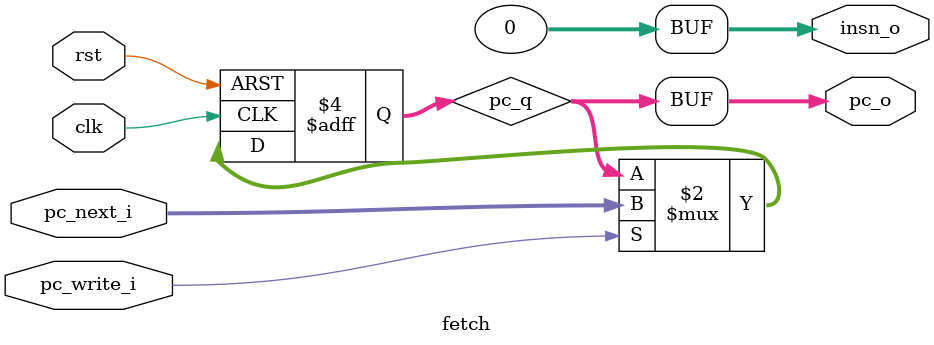
<source format=sv>
/*
 * Module: fetch
 *
 * Description: Fetch stage
 *
 * Inputs:
 * 1) clk
 * 2) rst signal
 *
 * Outputs:
 * 1) AWIDTH wide program counter pc_o
 * 2) DWIDTH wide instruction output insn_o
 */

// taken from eclass and has not been modified

module fetch #(
    parameter int DWIDTH   = 32,
    parameter int AWIDTH   = 32,
    parameter logic [31:0] BASEADDR = 32'h0100_0000
)(
    // inputs
    input  logic              clk,
    input  logic              rst,
    input  logic              pc_write_i,   // 1 = update PC, 0 = stall
    input  logic [AWIDTH-1:0] pc_next_i,    // next PC value

    // outputs
    output logic [AWIDTH-1:0] pc_o,
    output logic [DWIDTH-1:0] insn_o
);
/* * Process definitions to be filled by * student below... */
    logic [AWIDTH-1:0] pc_q;

    // PC register with reset + enable
    always_ff @(posedge clk or posedge rst) begin
        if (rst) begin
            pc_q <= BASEADDR;
        end else if (pc_write_i) begin
            pc_q <= pc_next_i;
        end
        // else: hold pc_q (stall)
    end

    assign pc_o   = pc_q;
    assign insn_o = '0;

endmodule : fetch


</source>
